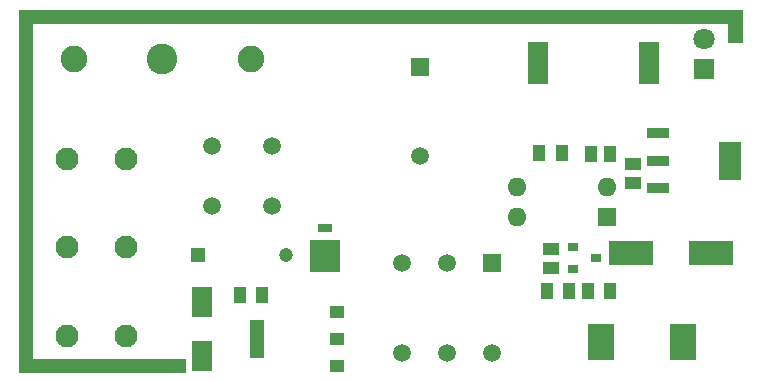
<source format=gbr>
%TF.GenerationSoftware,KiCad,Pcbnew,(5.1.12-1-g0a0a2da680)-1*%
%TF.CreationDate,2021-11-23T21:30:51+01:00*%
%TF.ProjectId,SMPS,534d5053-2e6b-4696-9361-645f70636258,rev?*%
%TF.SameCoordinates,Original*%
%TF.FileFunction,Soldermask,Top*%
%TF.FilePolarity,Negative*%
%FSLAX46Y46*%
G04 Gerber Fmt 4.6, Leading zero omitted, Abs format (unit mm)*
G04 Created by KiCad (PCBNEW (5.1.12-1-g0a0a2da680)-1) date 2021-11-23 21:30:51*
%MOMM*%
%LPD*%
G01*
G04 APERTURE LIST*
%ADD10C,0.100000*%
%ADD11C,1.500000*%
%ADD12R,1.500000X1.500000*%
%ADD13R,1.000000X1.450000*%
%ADD14R,1.780000X3.560000*%
%ADD15C,1.800000*%
%ADD16R,1.800000X1.800000*%
%ADD17C,1.950000*%
%ADD18R,1.200000X3.300000*%
%ADD19R,1.200000X1.000000*%
%ADD20R,1.950000X3.200000*%
%ADD21R,1.950000X0.900000*%
%ADD22C,2.600000*%
%ADD23C,2.250000*%
%ADD24R,2.200000X3.050000*%
%ADD25R,1.270000X0.762000*%
%ADD26R,2.540000X2.670000*%
%ADD27R,3.800000X2.150000*%
%ADD28R,1.470000X1.020000*%
%ADD29R,1.800000X2.600000*%
%ADD30R,1.020000X1.470000*%
%ADD31R,0.900000X0.800000*%
%ADD32O,1.600000X1.600000*%
%ADD33R,1.600000X1.600000*%
%ADD34C,1.200000*%
%ADD35R,1.200000X1.200000*%
%ADD36C,1.510000*%
G04 APERTURE END LIST*
D10*
G36*
X108490000Y-63500000D02*
G01*
X107340000Y-63500000D01*
X107340000Y-60770000D01*
X108490000Y-60770000D01*
X108490000Y-63500000D01*
G37*
X108490000Y-63500000D02*
X107340000Y-63500000D01*
X107340000Y-60770000D01*
X108490000Y-60770000D01*
X108490000Y-63500000D01*
G36*
X61350000Y-91455000D02*
G01*
X48380000Y-91470000D01*
X48380000Y-90320000D01*
X61350000Y-90305000D01*
X61350000Y-91455000D01*
G37*
X61350000Y-91455000D02*
X48380000Y-91470000D01*
X48380000Y-90320000D01*
X61350000Y-90305000D01*
X61350000Y-91455000D01*
G36*
X107280000Y-61920000D02*
G01*
X48380000Y-61920000D01*
X48380000Y-60770000D01*
X107280000Y-60770000D01*
X107280000Y-61920000D01*
G37*
X107280000Y-61920000D02*
X48380000Y-61920000D01*
X48380000Y-60770000D01*
X107280000Y-60770000D01*
X107280000Y-61920000D01*
G36*
X48440000Y-91470000D02*
G01*
X47290000Y-91470000D01*
X47290000Y-60770000D01*
X48440000Y-60770000D01*
X48440000Y-91470000D01*
G37*
X48440000Y-91470000D02*
X47290000Y-91470000D01*
X47290000Y-60770000D01*
X48440000Y-60770000D01*
X48440000Y-91470000D01*
D11*
%TO.C,T1*%
X83575000Y-82215000D03*
X83575000Y-89835000D03*
D12*
X87385000Y-82215000D03*
D11*
X87385000Y-89835000D03*
X79765000Y-82215000D03*
X79765000Y-89835000D03*
%TD*%
D13*
%TO.C,R4*%
X93900000Y-84600000D03*
X92000000Y-84600000D03*
%TD*%
%TO.C,R3*%
X95475000Y-84600000D03*
X97375000Y-84600000D03*
%TD*%
%TO.C,R2*%
X93250000Y-72925000D03*
X91350000Y-72925000D03*
%TD*%
%TO.C,R1*%
X67900000Y-84925000D03*
X66000000Y-84925000D03*
%TD*%
D14*
%TO.C,L1*%
X100625000Y-65275000D03*
X91225000Y-65275000D03*
%TD*%
D15*
%TO.C,J2*%
X105275000Y-63285000D03*
D16*
X105275000Y-65825000D03*
%TD*%
D17*
%TO.C,J1*%
X51375000Y-88375000D03*
X51375000Y-80875000D03*
X51375000Y-73375000D03*
X56375000Y-88375000D03*
X56375000Y-80875000D03*
X56375000Y-73375000D03*
%TD*%
D18*
%TO.C,IC2*%
X67450000Y-88625000D03*
D19*
X74250000Y-86325000D03*
X74250000Y-88625000D03*
X74250000Y-90925000D03*
%TD*%
D20*
%TO.C,IC1*%
X107550000Y-73550000D03*
D21*
X101450000Y-75850000D03*
X101450000Y-73550000D03*
X101450000Y-71250000D03*
%TD*%
D22*
%TO.C,F1*%
X59450000Y-64950000D03*
D23*
X66950000Y-64950000D03*
X51950000Y-64950000D03*
%TD*%
D24*
%TO.C,D2*%
X96550000Y-88900000D03*
X103550000Y-88900000D03*
%TD*%
D25*
%TO.C,D1*%
X73250000Y-79272500D03*
D26*
X73250000Y-81623500D03*
%TD*%
D27*
%TO.C,C7*%
X99125000Y-81375000D03*
X105925000Y-81375000D03*
%TD*%
D28*
%TO.C,C6*%
X92350000Y-82600000D03*
X92350000Y-81000000D03*
%TD*%
D29*
%TO.C,C4*%
X62825000Y-85550000D03*
X62825000Y-90050000D03*
%TD*%
D11*
%TO.C,C3*%
X81275000Y-73125000D03*
D12*
X81275000Y-65625000D03*
%TD*%
D28*
%TO.C,C2*%
X99275000Y-73850000D03*
X99275000Y-75450000D03*
%TD*%
D30*
%TO.C,C1*%
X97375000Y-72950000D03*
X95775000Y-72950000D03*
%TD*%
D31*
%TO.C,U2*%
X96200000Y-81800000D03*
X94200000Y-82750000D03*
X94200000Y-80850000D03*
%TD*%
D32*
%TO.C,U1*%
X89505000Y-78325000D03*
X97125000Y-75785000D03*
X89505000Y-75785000D03*
D33*
X97125000Y-78325000D03*
%TD*%
D34*
%TO.C,C5*%
X69950000Y-81575000D03*
D35*
X62450000Y-81575000D03*
%TD*%
D36*
%TO.C,BR1*%
X63626000Y-77400000D03*
X68726000Y-77400000D03*
X68726000Y-72300000D03*
X63626000Y-72300000D03*
%TD*%
M02*

</source>
